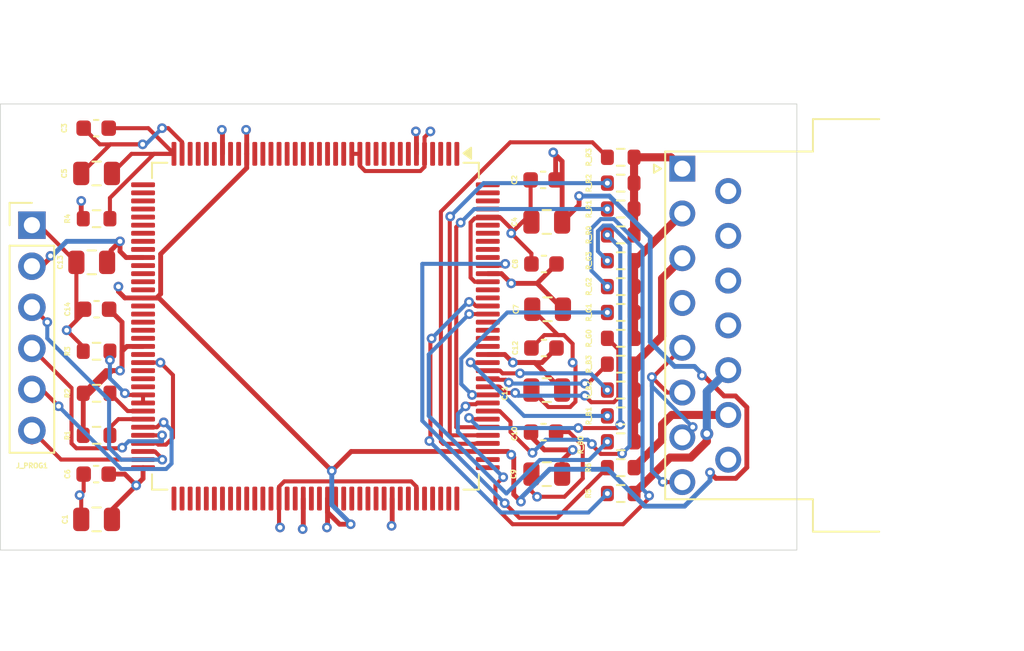
<source format=kicad_pcb>
(kicad_pcb (version 20241229) (generator "pcbnew") (generator_version "9.0")
  (layers (0 "F.Cu" signal) (4 "In1.Cu" signal) (6 "In2.Cu" signal) (2 "B.Cu" signal) (13 "F.Paste" user) (15 "B.Paste" user) (5 "F.SilkS" user "F.Silkscreen") (7 "B.SilkS" user "B.Silkscreen") (1 "F.Mask" user) (3 "B.Mask" user) (25 "Edge.Cuts" user))
  (net 0 "")
  (net 1 "+3.3V")
  (net 2 "GND")
  (net 3 "VCCINT")
  (net 4 "Net-(U1E-VCCPLL)")
  (net 6 "/VGA_BLUE_OUT")
  (net 11 "/VSYNC")
  (net 12 "/HSYNC")
  (net 14 "/VGA_GREEN_OUT")
  (net 15 "/VGA_RED_OUT")
  (net 16 "/SS")
  (net 17 "/SDI")
  (net 18 "/SDO")
  (net 19 "/SCK")
  (net 20 "Net-(U1E-~{CRESET_B})")
  (net 21 "Net-(U1E-CDONE)")
  (net 22 "Net-(U1C-IOB_42_CBSEL0)")
  (net 23 "VCCPLL")
  (net 24 "Net-(U1A-IOT_85_GBIN0)")
  (net 25 "Net-(U1A-IOT_87)")
  (net 26 "Net-(U1A-IOT_84_GBIN1)")
  (net 27 "Net-(U1A-IOT_83)")
  (net 28 "Net-(U1A-IOT_82)")
  (net 29 "Net-(U1A-IOT_81)")
  (net 30 "Net-(U1A-IOT_80)")
  (net 31 "Net-(U1A-IOT_79)")
  (net 32 "Net-(U1A-IOT_78)")
  (net 33 "Net-(U1A-IOT_77)")
  (net 34 "Net-(U1A-IOT_76)")
  (net 35 "Net-(U1A-IOT_75)")
  (net 36 "Net-(U1A-IOT_74)")
  (net 37 "Net-(U1A-IOT_73)")
  (footprint "Resistor_SMD:R_0603_1608Metric" (layer "F.Cu") (at 104.625 53.61)
    (property "Reference" "R_R2")
    (property "Value" "6.8k" (hide yes))
  )
  (footprint "Connector_PinHeader_2.54mm:PinHeader_1x06_P2.54mm_Vertical" (layer "F.Cu") (at 68.2 56.21)
    (property "Reference" "J_PROG1")
    (property "Value" "01x06_Pin" (hide yes))
  )
  (footprint "Resistor_SMD:R_0603_1608Metric" (layer "F.Cu") (at 72.2 64.01)
    (property "Reference" "R3")
    (property "Value" "10k" (hide yes))
  )
  (footprint "Resistor_SMD:R_0603_1608Metric" (layer "F.Cu") (at 72.2 69.21)
    (property "Reference" "R1")
    (property "Value" "10k" (hide yes))
  )
  (footprint "Resistor_SMD:R_0603_1608Metric" (layer "F.Cu") (at 104.625 60.01)
    (property "Reference" "R_G2")
    (property "Value" "6.8k" (hide yes))
  )
  (footprint "Connector_Dsub:DSUB-15_Socket_Horizontal_P2.77x2.84mm_EdgePinOffset9.40mm" (layer "F.Cu") (at 108.434669 52.715 90)
    (property "Reference" "J1" (hide yes))
    (property "Value" "DE15_VGA_CONNECTOR")
  )
  (footprint "Capacitor_SMD:C_0603_1608Metric" (layer "F.Cu") (at 99.825 53.41)
    (property "Reference" "C2")
    (property "Value" "100n" (hide yes))
  )
  (footprint "Resistor_SMD:R_0603_1608Metric" (layer "F.Cu") (at 104.625 71.21 180)
    (property "Reference" "R6")
    (property "Value" "100" (hide yes))
  )
  (footprint "Capacitor_SMD:C_0805_2012Metric" (layer "F.Cu") (at 100.05 56.01)
    (property "Reference" "C4")
    (property "Value" "4.7u" (hide yes))
  )
  (footprint "Capacitor_SMD:C_0603_1608Metric" (layer "F.Cu") (at 72.175 50.21)
    (property "Reference" "C3")
    (property "Value" "100n" (hide yes))
  )
  (footprint "Resistor_SMD:R_0603_1608Metric" (layer "F.Cu") (at 104.625 58.41)
    (property "Reference" "R_G3")
    (property "Value" "3.3k" (hide yes))
  )
  (footprint "Resistor_SMD:R_0603_1608Metric" (layer "F.Cu") (at 104.625 66.41)
    (property "Reference" "R_B2")
    (property "Value" "6.8k" (hide yes))
  )
  (footprint "Capacitor_SMD:C_0805_2012Metric" (layer "F.Cu") (at 100.05 71.61 180)
    (property "Reference" "C9")
    (property "Value" "4.7u" (hide yes))
  )
  (footprint "Resistor_SMD:R_0603_1608Metric" (layer "F.Cu") (at 104.625 55.21)
    (property "Reference" "R_R1")
    (property "Value" "13k" (hide yes))
  )
  (footprint "Resistor_SMD:R_0603_1608Metric" (layer "F.Cu") (at 72.2 66.61)
    (property "Reference" "R2")
    (property "Value" "10k" (hide yes))
  )
  (footprint "Capacitor_SMD:C_0603_1608Metric" (layer "F.Cu") (at 99.875 58.61 180)
    (property "Reference" "C8")
    (property "Value" "100n" (hide yes))
  )
  (footprint "Capacitor_SMD:C_0603_1608Metric" (layer "F.Cu") (at 99.85 69.01)
    (property "Reference" "C10")
    (property "Value" "100n" (hide yes))
  )
  (footprint "Resistor_SMD:R_0603_1608Metric" (layer "F.Cu") (at 72.2 55.81 180)
    (property "Reference" "R4")
    (property "Value" "100" (hide yes))
  )
  (footprint "Capacitor_SMD:C_0805_2012Metric" (layer "F.Cu") (at 100.1 61.41 180)
    (property "Reference" "C7")
    (property "Value" "4.7u" (hide yes))
  )
  (footprint "Capacitor_SMD:C_0603_1608Metric" (layer "F.Cu") (at 99.875 63.81 180)
    (property "Reference" "C12")
    (property "Value" "100n" (hide yes))
  )
  (footprint "Capacitor_SMD:C_0805_2012Metric" (layer "F.Cu") (at 72.2 53.01 180)
    (property "Reference" "C5")
    (property "Value" "4.7u" (hide yes))
  )
  (footprint "Package_QFP:TQFP-144_20x20mm_P0.5mm" (layer "F.Cu") (at 85.7375 62.46 -90)
    (property "Reference" "U1" (hide yes))
    (property "Value" "ICE40HX1K-TQ144")
  )
  (footprint "Resistor_SMD:R_0603_1608Metric" (layer "F.Cu") (at 104.625 56.81)
    (property "Reference" "R_R0")
    (property "Value" "27k" (hide yes))
  )
  (footprint "Resistor_SMD:R_0603_1608Metric" (layer "F.Cu") (at 104.625 64.81)
    (property "Reference" "R_B3")
    (property "Value" "3.3k" (hide yes))
  )
  (footprint "Capacitor_SMD:C_0805_2012Metric" (layer "F.Cu") (at 100.05 66.41 180)
    (property "Reference" "C11")
    (property "Value" "4.7u" (hide yes))
  )
  (footprint "Capacitor_SMD:C_0603_1608Metric" (layer "F.Cu") (at 72.175 71.61 180)
    (property "Reference" "C6")
    (property "Value" "100n" (hide yes))
  )
  (footprint "Resistor_SMD:R_0603_1608Metric" (layer "F.Cu") (at 104.625 69.61)
    (property "Reference" "R_B0")
    (property "Value" "27k" (hide yes))
  )
  (footprint "Capacitor_SMD:C_0603_1608Metric" (layer "F.Cu") (at 72.2 61.41 180)
    (property "Reference" "C14")
    (property "Value" "100n" (hide yes))
  )
  (footprint "Capacitor_SMD:C_0805_2012Metric" (layer "F.Cu") (at 71.9 58.51 180)
    (property "Reference" "C13")
    (property "Value" "4.7u" (hide yes))
  )
  (footprint "Resistor_SMD:R_0603_1608Metric" (layer "F.Cu") (at 104.625 61.61)
    (property "Reference" "R_G1")
    (property "Value" "13k" (hide yes))
  )
  (footprint "Capacitor_SMD:C_0805_2012Metric" (layer "F.Cu") (at 72.2 74.41 180)
    (property "Reference" "C1")
    (property "Value" "4.7u" (hide yes))
  )
  (footprint "Resistor_SMD:R_0603_1608Metric" (layer "F.Cu") (at 104.625 63.21)
    (property "Reference" "R_G0")
    (property "Value" "27k" (hide yes))
  )
  (footprint "Resistor_SMD:R_0603_1608Metric" (layer "F.Cu") (at 104.625 52.01)
    (property "Reference" "R_R3")
    (property "Value" "3.3k" (hide yes))
  )
  (footprint "Resistor_SMD:R_0603_1608Metric" (layer "F.Cu") (at 104.625 68.01)
    (property "Reference" "R_B1")
    (property "Value" "13k" (hide yes))
  )
  (footprint "Resistor_SMD:R_0603_1608Metric" (layer "F.Cu") (at 104.625 72.81 180)
    (property "Reference" "R5")
    (property "Value" "100" (hide yes))
  )
  (gr_rect (start 66.25 48.71) (end 115.52 76.31) (stroke (width 0.05)) (fill no) (layer "Edge.Cuts"))
  (segment (start 73.776 64.01) (end 73.776 65.084) (width 0.3) (layer "F.Cu") (net 1))
  (segment (start 99.3 64.71) (end 97.95 64.71) (width 0.3) (layer "F.Cu") (net 1))
  (segment (start 99.9 70.11) (end 99.075 69.285) (width 0.3) (layer "F.Cu") (net 1))
  (segment (start 71.375 67.000226) (end 73.165226 65.21) (width 0.3) (layer "F.Cu") (net 1))
  (segment (start 96.4 64.21) (end 97.45 64.21) (width 0.3) (layer "F.Cu") (net 1))
  (segment (start 99.45 59.81) (end 97.85 59.81) (width 0.3) (layer "F.Cu") (net 1))
  (segment (start 97.45 64.21) (end 97.95 64.71) (width 0.3) (layer "F.Cu") (net 1))
  (segment (start 72.95 71.61) (end 73.95 71.61) (width 0.3) (layer "F.Cu") (net 1))
  (segment (start 73.776 65.084) (end 73.65 65.21) (width 0.3) (layer "F.Cu") (net 1))
  (segment (start 71.375 66.61) (end 72.775 65.21) (width 0.3) (layer "F.Cu") (net 1))
  (segment (start 101.65 70.11) (end 101 70.76) (width 0.3) (layer "F.Cu") (net 1))
  (segment (start 72.975 61.41) (end 73.776 62.211) (width 0.3) (layer "F.Cu") (net 1))
  (segment (start 79.9875 50.3475) (end 79.95 50.31) (width 0.3) (layer "F.Cu") (net 1))
  (segment (start 90.4875 73.1225) (end 90.4875 74.7725) (width 0.3) (layer "F.Cu") (net 1))
  (segment (start 90.4875 74.7725) (end 90.45 74.81) (width 0.3) (layer "F.Cu") (net 1))
  (segment (start 91.9875 51.7975) (end 91.9875 50.4475) (width 0.3) (layer "F.Cu") (net 1))
  (segment (start 100.65 63.81) (end 99.75 64.71) (width 0.3) (layer "F.Cu") (net 1))
  (segment (start 68.81 58.75) (end 68.2 58.75) (width 0.3) (layer "F.Cu") (net 1))
  (segment (start 99.75 64.71) (end 97.95 64.71) (width 0.3) (layer "F.Cu") (net 1))
  (segment (start 73.165226 65.21) (end 73.65 65.21) (width 0.3) (layer "F.Cu") (net 1))
  (segment (start 101.05 61.41) (end 99.45 59.81) (width 0.3) (layer "F.Cu") (net 1))
  (segment (start 101.65 70.11) (end 99.9 70.11) (width 0.3) (layer "F.Cu") (net 1))
  (segment (start 99.075 69.285) (end 99.075 69.01) (width 0.3) (layer "F.Cu") (net 1))
  (segment (start 79.9875 51.7975) (end 79.9875 50.3475) (width 0.3) (layer "F.Cu") (net 1))
  (segment (start 73.65 57.82813) (end 73.65 57.21) (width 0.3) (layer "F.Cu") (net 1))
  (segment (start 71.375 69.21) (end 71.375 67.000226) (width 0.3) (layer "F.Cu") (net 1))
  (segment (start 68.2 58.76) (end 68.25 58.81) (width 0.3) (layer "F.Cu") (net 1))
  (segment (start 73.1 57.76) (end 73.65 57.21) (width 0.3) (layer "F.Cu") (net 1))
  (segment (start 69.35 58.21) (end 68.81 58.75) (width 0.3) (layer "F.Cu") (net 1))
  (segment (start 68.2 58.75) (end 68.2 58.76) (width 0.3) (layer "F.Cu") (net 1))
  (segment (start 96.4 59.21) (end 97.25 59.21) (width 0.3) (layer "F.Cu") (net 1))
  (segment (start 75.075 63.71) (end 74.076 63.71) (width 0.3) (layer "F.Cu") (net 1))
  (segment (start 75.075 58.21) (end 74.03187 58.21) (width 0.3) (layer "F.Cu") (net 1))
  (segment (start 97.25 59.21) (end 97.85 59.81) (width 0.3) (layer "F.Cu") (net 1))
  (segment (start 84.9875 73.1225) (end 84.9875 74.9725) (width 0.3) (layer "F.Cu") (net 1))
  (segment (start 73.1 58.61) (end 73.1 57.76) (width 0.3) (layer "F.Cu") (net 1))
  (segment (start 73.15 74.41) (end 73.15 73.81) (width 0.3) (layer "F.Cu") (net 1))
  (segment (start 91.9875 50.4475) (end 91.95 50.41) (width 0.3) (layer "F.Cu") (net 1))
  (segment (start 72.775 65.21) (end 73.65 65.21) (width 0.3) (layer "F.Cu") (net 1))
  (segment (start 100.65 58.61) (end 99.45 59.81) (width 0.3) (layer "F.Cu") (net 1))
  (segment (start 73.776 62.211) (end 73.776 65.084) (width 0.3) (layer "F.Cu") (net 1))
  (segment (start 69.35 58.11) (end 69.35 58.21) (width 0.3) (layer "F.Cu") (net 1))
  (segment (start 75.075 71.21) (end 75.075 71.885) (width 0.3) (layer "F.Cu") (net 1))
  (segment (start 73.95 71.61) (end 74.65 72.31) (width 0.3) (layer "F.Cu") (net 1))
  (segment (start 101 70.76) (end 101 71.61) (width 0.3) (layer "F.Cu") (net 1))
  (segment (start 73.15 73.81) (end 74.65 72.31) (width 0.3) (layer "F.Cu") (net 1))
  (segment (start 75.075 71.885) (end 74.65 72.31) (width 0.3) (layer "F.Cu") (net 1))
  (segment (start 84.9875 74.9725) (end 84.95 75.01) (width 0.3) (layer "F.Cu") (net 1))
  (segment (start 101 66.41) (end 99.3 64.71) (width 0.3) (layer "F.Cu") (net 1))
  (segment (start 74.03187 58.21) (end 73.65 57.82813) (width 0.3) (layer "F.Cu") (net 1))
  (segment (start 74.076 63.71) (end 73.776 64.01) (width 0.3) (layer "F.Cu") (net 1))
  (via (at 84.95 75.01) (size 0.6) (drill 0.3) (layers "F.Cu" "B.Cu") (net 1))
  (via (at 79.95 50.31) (size 0.6) (drill 0.3) (layers "F.Cu" "B.Cu") (net 1))
  (via (at 90.45 74.81) (size 0.6) (drill 0.3) (layers "F.Cu" "B.Cu") (net 1))
  (via (at 73.65 65.21) (size 0.6) (drill 0.3) (layers "F.Cu" "B.Cu") (net 1))
  (via (at 74.65 72.31) (size 0.6) (drill 0.3) (layers "F.Cu" "B.Cu") (net 1))
  (via (at 69.35 58.11) (size 0.6) (drill 0.3) (layers "F.Cu" "B.Cu") (net 1))
  (via (at 97.95 64.71) (size 0.6) (drill 0.3) (layers "F.Cu" "B.Cu") (net 1))
  (via (at 91.95 50.41) (size 0.6) (drill 0.3) (layers "F.Cu" "B.Cu") (net 1))
  (via (at 101.65 70.11) (size 0.6) (drill 0.3) (layers "F.Cu" "B.Cu") (net 1))
  (via (at 73.65 57.21) (size 0.6) (drill 0.3) (layers "F.Cu" "B.Cu") (net 1))
  (via (at 97.85 59.81) (size 0.6) (drill 0.3) (layers "F.Cu" "B.Cu") (net 1))
  (segment (start 70.35 57.21) (end 73.65 57.21) (width 0.3) (layer "B.Cu") (net 1))
  (segment (start 69.45 58.11) (end 70.35 57.21) (width 0.3) (layer "B.Cu") (net 1))
  (segment (start 69.35 58.11) (end 69.45 58.11) (width 0.3) (layer "B.Cu") (net 1))
  (segment (start 83.4875 73.1225) (end 83.4875 74.8475) (width 0.25) (layer "F.Cu") (net 2))
  (segment (start 71.25 73.01) (end 71.15 72.91) (width 0.25) (layer "F.Cu") (net 2))
  (segment (start 107.505 66.565) (end 106.55 65.61) (width 0.25) (layer "F.Cu") (net 2))
  (segment (start 108.444583 69.335) (end 109.079583 68.7) (width 0.25) (layer "F.Cu") (net 2))
  (segment (start 92.4875 52.604178) (end 92.4875 51.7975) (width 0.25) (layer "F.Cu") (net 2))
  (segment (start 101.826 67.130514) (end 101.826 64.886) (width 0.25) (layer "F.Cu") (net 2))
  (segment (start 88.813501 52.861) (end 92.230678 52.861) (width 0.25) (layer "F.Cu") (net 2))
  (segment (start 76.926 65.486) (end 76.15 64.71) (width 0.25) (layer "F.Cu") (net 2))
  (segment (start 101.495514 67.461) (end 101.826 67.130514) (width 0.25) (layer "F.Cu") (net 2))
  (segment (start 71.375 64.01) (end 71.375 63.735) (width 0.25) (layer "F.Cu") (net 2))
  (segment (start 91.659968 72.059) (end 91.9875 72.386532) (width 0.25) (layer "F.Cu") (net 2))
  (segment (start 92.4875 50.7725) (end 92.85 50.41) (width 0.25) (layer "F.Cu") (net 2))
  (segment (start 106.619669 65.61) (end 106.55 65.61) (width 0.25) (layer "F.Cu") (net 2))
  (segment (start 70.95 62.11) (end 70.35 62.71) (width 0.25) (layer "F.Cu") (net 2))
  (segment (start 91.9875 72.386532) (end 91.9875 73.1225) (width 0.25) (layer "F.Cu") (net 2))
  (segment (start 102.276 69.850702) (end 102.276 71.880514) (width 0.25) (layer "F.Cu") (net 2))
  (segment (start 97.85 56.424032) (end 97.85 56.71) (width 0.25) (layer "F.Cu") (net 2))
  (segment (start 77.4875 51.7975) (end 77.4875 51.061532) (width 0.25) (layer "F.Cu") (net 2))
  (segment (start 99.1 58.61) (end 99.1 57.96) (width 0.25) (layer "F.Cu") (net 2))
  (segment (start 76.635968 50.21) (end 76.25 50.21) (width 0.25) (layer "F.Cu") (net 2))
  (segment (start 77.4875 51.061532) (end 76.635968 50.21) (width 0.25) (layer "F.Cu") (net 2))
  (segment (start 99.15 61.41) (end 100.749 63.009) (width 0.25) (layer "F.Cu") (net 2))
  (segment (start 71.4 50.21) (end 72.4 51.21) (width 0.25) (layer "F.Cu") (net 2))
  (segment (start 76.926 69.348588) (end 76.926 65.486) (width 0.25) (layer "F.Cu") (net 2))
  (segment (start 95.590032 55.784) (end 97.209968 55.784) (width 0.25) (layer "F.Cu") (net 2))
  (segment (start 68.2 56.21) (end 68.65 56.21) (width 0.25) (layer "F.Cu") (net 2))
  (segment (start 108.434669 66.565) (end 107.505 66.565) (width 0.25) (layer "F.Cu") (net 2))
  (segment (start 96.4 55.71) (end 97.135968 55.71) (width 0.25) (layer "F.Cu") (net 2))
  (segment (start 98.55 56.01) (end 97.85 56.71) (width 0.25) (layer "F.Cu") (net 2))
  (segment (start 71.375 63.735) (end 70.35 62.71) (width 0.25) (layer "F.Cu") (net 2))
  (segment (start 99.1 71.61) (end 99.1 72.66) (width 0.25) (layer "F.Cu") (net 2))
  (segment (start 100.151 67.461) (end 101.495514 67.461) (width 0.25) (layer "F.Cu") (net 2))
  (segment (start 101.109466 63.009) (end 101.65 63.549534) (width 0.25) (layer "F.Cu") (net 2))
  (segment (start 101.826 64.886) (end 101.65 64.71) (width 0.25) (layer "F.Cu") (net 2))
  (segment (start 99.1 72.66) (end 99.45 73.01) (width 0.25) (layer "F.Cu") (net 2))
  (segment (start 97.209968 55.784) (end 97.85 56.424032) (width 0.25) (layer "F.Cu") (net 2))
  (segment (start 108.434669 72.105) (end 107.245001 72.105) (width 0.25) (layer "F.Cu") (net 2))
  (segment (start 99.1 56.01) (end 98.55 56.01) (width 0.25) (layer "F.Cu") (net 2))
  (segment (start 99.1 57.96) (end 97.85 56.71) (width 0.25) (layer "F.Cu") (net 2))
  (segment (start 71.425 61.41) (end 71.425 61.635) (width 0.25) (layer "F.Cu") (net 2))
  (segment (start 76.011412 69.786) (end 76.488588 69.786) (width 0.25) (layer "F.Cu") (net 2))
  (segment (start 71.25 53.01) (end 73.05 51.21) (width 0.25) (layer "F.Cu") (net 2))
  (segment (start 75.935412 69.71) (end 76.011412 69.786) (width 0.25) (layer "F.Cu") (net 2))
  (segment (start 97.135968 55.71) (end 97.85 56.424032) (width 0.25) (layer "F.Cu") (net 2))
  (segment (start 108.434669 69.335) (end 108.444583 69.335) (width 0.25) (layer "F.Cu") (net 2))
  (segment (start 108.434669 63.795) (end 106.619669 65.61) (width 0.25) (layer "F.Cu") (net 2))
  (segment (start 71.25 74.41) (end 71.25 73.01) (width 0.25) (layer "F.Cu") (net 2))
  (segment (start 99.05 55.51) (end 97.85 56.71) (width 0.25) (layer "F.Cu") (net 2))
  (segment (start 92.230678 52.861) (end 92.4875 52.604178) (width 0.25) (layer "F.Cu") (net 2))
  (segment (start 83.4875 73.1225) (end 83.4875 72.385001) (width 0.25) (layer "F.Cu") (net 2))
  (segment (start 76.488588 69.786) (end 76.926 69.348588) (width 0.25) (layer "F.Cu") (net 2))
  (segment (start 101.435298 69.01) (end 102.276 69.850702) (width 0.25) (layer "F.Cu") (net 2))
  (segment (start 102.276 71.880514) (end 101.146514 73.01) (width 0.25) (layer "F.Cu") (net 2))
  (segment (start 68.65 56.21) (end 70.95 58.51) (width 0.25) (layer "F.Cu") (net 2))
  (segment (start 87.9875 51.7975) (end 88.4875 51.7975) (width 0.25) (layer "F.Cu") (net 2))
  (segment (start 101.146514 73.01) (end 99.45 73.01) (width 0.25) (layer "F.Cu") (net 2))
  (segment (start 107.245001 72.105) (end 107.230331 72.09033) (width 0.25) (layer "F.Cu") (net 2))
  (segment (start 83.4875 74.8475) (end 83.55 74.91) (width 0.25) (layer "F.Cu") (net 2))
  (segment (start 95.593322 59.71) (end 95.3365 59.453178) (width 0.25) (layer "F.Cu") (net 2))
  (segment (start 95.3365 56.037532) (end 95.590032 55.784) (width 0.25) (layer "F.Cu") (net 2))
  (segment (start 95.3365 59.453178) (end 95.3365 56.037532) (width 0.25) (layer "F.Cu") (net 2))
  (segment (start 100.625 69.01) (end 101.435298 69.01) (width 0.25) (layer "F.Cu") (net 2))
  (segment (start 99.1 66.41) (end 100.151 67.461) (width 0.25) (layer "F.Cu") (net 2))
  (segment (start 71.425 61.635) (end 70.35 62.71) (width 0.25) (layer "F.Cu") (net 2))
  (segment (start 83.813501 72.059) (end 91.659968 72.059) (width 0.25) (layer "F.Cu") (net 2))
  (segment (start 92.4875 51.7975) (end 92.4875 50.7725) (width 0.25) (layer "F.Cu") (net 2))
  (segment (start 99.05 53.41) (end 99.05 55.51) (width 0.25) (layer "F.Cu") (net 2))
  (segment (start 99.1 63.81) (end 99.901 63.009) (width 0.25) (layer "F.Cu") (net 2))
  (segment (start 83.4875 72.385001) (end 83.813501 72.059) (width 0.25) (layer "F.Cu") (net 2))
  (segment (start 71.4 72.66) (end 71.15 72.91) (width 0.25) (layer "F.Cu") (net 2))
  (segment (start 88.4875 51.7975) (end 88.4875 52.534999) (width 0.25) (layer "F.Cu") (net 2))
  (segment (start 99.901 63.009) (end 101.109466 63.009) (width 0.25) (layer "F.Cu") (net 2))
  (segment (start 100.749 63.009) (end 101.109466 63.009) (width 0.25) (layer "F.Cu") (net 2))
  (segment (start 73.05 51.21) (end 75.05 51.21) (width 0.25) (layer "F.Cu") (net 2))
  (segment (start 101.65 63.549534) (end 101.65 64.71) (width 0.25) (layer "F.Cu") (net 2))
  (segment (start 88.4875 52.534999) (end 88.813501 52.861) (width 0.25) (layer "F.Cu") (net 2))
  (segment (start 72.4 51.21) (end 75.05 51.21) (width 0.25) (layer "F.Cu") (net 2))
  (segment (start 71.4 71.61) (end 71.4 72.66) (width 0.25) (layer "F.Cu") (net 2))
  (segment (start 96.4 59.71) (end 95.593322 59.71) (width 0.25) (layer "F.Cu") (net 2))
  (segment (start 75.075 69.71) (end 75.935412 69.71) (width 0.25) (layer "F.Cu") (net 2))
  (segment (start 75.075 64.71) (end 76.15 64.71) (width 0.25) (layer "F.Cu") (net 2))
  (segment (start 70.95 58.51) (end 70.95 62.11) (width 0.25) (layer "F.Cu") (net 2))
  (via (at 76.25 50.21) (size 0.6) (drill 0.3) (layers "F.Cu" "B.Cu") (net 2))
  (via (at 83.55 74.91) (size 0.6) (drill 0.3) (layers "F.Cu" "B.Cu") (net 2))
  (via (at 75.05 51.21) (size 0.6) (drill 0.3) (layers "F.Cu" "B.Cu") (net 2))
  (via (at 70.35 62.71) (size 0.6) (drill 0.3) (layers "F.Cu" "B.Cu") (net 2))
  (via (at 97.85 56.71) (size 0.6) (drill 0.3) (layers "F.Cu" "B.Cu") (net 2))
  (via (at 99.45 73.01) (size 0.6) (drill 0.3) (layers "F.Cu" "B.Cu") (net 2))
  (via (at 92.85 50.41) (size 0.6) (drill 0.3) (layers "F.Cu" "B.Cu") (net 2))
  (via (at 76.15 64.71) (size 0.6) (drill 0.3) (layers "F.Cu" "B.Cu") (net 2))
  (via (at 71.15 72.91) (size 0.6) (drill 0.3) (layers "F.Cu" "B.Cu") (net 2))
  (via (at 109.079583 68.7) (size 0.6) (drill 0.3) (layers "F.Cu" "B.Cu") (net 2))
  (via (at 101.65 64.71) (size 0.6) (drill 0.3) (layers "F.Cu" "B.Cu") (net 2))
  (via (at 107.230331 72.09033) (size 0.6) (drill 0.3) (layers "F.Cu" "B.Cu") (net 2))
  (via (at 106.55 65.61) (size 0.6) (drill 0.3) (layers "F.Cu" "B.Cu") (net 2))
  (segment (start 107.230331 72.09033) (end 106.55 71.409999) (width 0.25) (layer "B.Cu") (net 2))
  (segment (start 109.079583 68.7) (end 106.55 66.170417) (width 0.25) (layer "B.Cu") (net 2))
  (segment (start 106.55 66.170417) (end 106.55 65.61) (width 0.25) (layer "B.Cu") (net 2))
  (segment (start 75.05 51.21) (end 75.25 51.21) (width 0.25) (layer "B.Cu") (net 2))
  (segment (start 75.25 51.21) (end 76.25 50.21) (width 0.25) (layer "B.Cu") (net 2))
  (segment (start 106.55 71.409999) (end 106.55 65.61) (width 0.25) (layer "B.Cu") (net 2))
  (segment (start 73.95 60.71) (end 73.55 60.31) (width 0.3) (layer "F.Cu") (net 3))
  (segment (start 76.1635 60.463534) (end 75.917034 60.71) (width 0.3) (layer "F.Cu") (net 3))
  (segment (start 110.511 71.871) (end 111.751429 71.871) (width 0.3) (layer "F.Cu") (net 3))
  (segment (start 86.4875 73.964534) (end 86.4875 73.1225) (width 0.3) (layer "F.Cu") (net 3))
  (segment (start 75.917034 60.71) (end 75.075 60.71) (width 0.3) (layer "F.Cu") (net 3))
  (segment (start 112.425669 71.19676) (end 112.425669 67.47324) (width 0.3) (layer "F.Cu") (net 3))
  (segment (start 102.05 54.41) (end 102.05 54.96) (width 0.3) (layer "F.Cu") (net 3))
  (segment (start 110.15 71.51) (end 110.511 71.871) (width 0.3) (layer "F.Cu") (net 3))
  (segment (start 100.6 53.41) (end 100.6 51.86) (width 0.3) (layer "F.Cu") (net 3))
  (segment (start 87.232966 74.71) (end 86.4875 73.964534) (width 0.3) (layer "F.Cu") (net 3))
  (segment (start 86.4875 73.1225) (end 86.4875 74.8725) (width 0.3) (layer "F.Cu") (net 3))
  (segment (start 76.1635 57.9965) (end 76.1635 60.463534) (width 0.3) (layer "F.Cu") (net 3))
  (segment (start 86.4875 74.8725) (end 86.45 74.91) (width 0.3) (layer "F.Cu") (net 3))
  (segment (start 96.4 70.21) (end 97.65 70.21) (width 0.3) (layer "F.Cu") (net 3))
  (segment (start 111.751429 71.871) (end 112.425669 71.19676) (width 0.3) (layer "F.Cu") (net 3))
  (segment (start 87.95 74.71) (end 87.232966 74.71) (width 0.3) (layer "F.Cu") (net 3))
  (segment (start 101 52.26) (end 100.45 51.71) (width 0.3) (layer "F.Cu") (net 3))
  (segment (start 81.4875 50.3475) (end 81.45 50.31) (width 0.3) (layer "F.Cu") (net 3))
  (segment (start 76.05 60.71) (end 75.075 60.71) (width 0.3) (layer "F.Cu") (net 3))
  (segment (start 100.6 51.86) (end 100.45 51.71) (width 0.3) (layer "F.Cu") (net 3))
  (segment (start 97.65 70.21) (end 97.85 70.41) (width 0.3) (layer "F.Cu") (net 3))
  (segment (start 75.075 60.71) (end 73.95 60.71) (width 0.3) (layer "F.Cu") (net 3))
  (segment (start 81.4875 51.7975) (end 81.4875 52.6725) (width 0.3) (layer "F.Cu") (net 3))
  (segment (start 96.4 70.21) (end 87.95 70.21) (width 0.3) (layer "F.Cu") (net 3))
  (segment (start 101 56.01) (end 101 52.26) (width 0.3) (layer "F.Cu") (net 3))
  (segment (start 98.007587 72.867587) (end 98.45 73.31) (width 0.3) (layer "F.Cu") (net 3))
  (segment (start 98.007587 70.567587) (end 98.007587 72.867587) (width 0.3) (layer "F.Cu") (net 3))
  (segment (start 86.75 71.41) (end 76.05 60.71) (width 0.3) (layer "F.Cu") (net 3))
  (segment (start 102.05 54.96) (end 101 56.01) (width 0.3) (layer "F.Cu") (net 3))
  (segment (start 112.425669 67.47324) (end 111.72676 66.774331) (width 0.3) (layer "F.Cu") (net 3))
  (segment (start 73.55 60.31) (end 73.55 60.01) (width 0.3) (layer "F.Cu") (net 3))
  (segment (start 111.014331 66.774331) (end 109.75 65.51) (width 0.3) (layer "F.Cu") (net 3))
  (segment (start 97.85 70.41) (end 98.007587 70.567587) (width 0.3) (layer "F.Cu") (net 3))
  (segment (start 87.95 70.21) (end 86.75 71.41) (width 0.3) (layer "F.Cu") (net 3))
  (segment (start 81.4875 51.7975) (end 81.4875 50.3475) (width 0.3) (layer "F.Cu") (net 3))
  (segment (start 81.4875 52.6725) (end 76.1635 57.9965) (width 0.3) (layer "F.Cu") (net 3))
  (segment (start 111.72676 66.774331) (end 111.014331 66.774331) (width 0.3) (layer "F.Cu") (net 3))
  (via (at 102.05 54.41) (size 0.6) (drill 0.3) (layers "F.Cu" "B.Cu") (net 3))
  (via (at 100.45 51.71) (size 0.6) (drill 0.3) (layers "F.Cu" "B.Cu") (net 3))
  (via (at 86.75 71.41) (size 0.6) (drill 0.3) (layers "F.Cu" "B.Cu") (net 3))
  (via (at 98.45 73.31) (size 0.6) (drill 0.3) (layers "F.Cu" "B.Cu") (net 3))
  (via (at 97.85 70.41) (size 0.6) (drill 0.3) (layers "F.Cu" "B.Cu") (net 3))
  (via (at 81.45 50.31) (size 0.6) (drill 0.3) (layers "F.Cu" "B.Cu") (net 3))
  (via (at 86.45 74.91) (size 0.6) (drill 0.3) (layers "F.Cu" "B.Cu") (net 3))
  (via (at 87.918755 74.71) (size 0.6) (drill 0.3) (layers "F.Cu" "B.Cu") (net 3))
  (via (at 109.65 65.51) (size 0.6) (drill 0.3) (layers "F.Cu" "B.Cu") (net 3))
  (via (at 73.55 60.01) (size 0.6) (drill 0.3) (layers "F.Cu" "B.Cu") (net 3))
  (via (at 110.15 71.51) (size 0.6) (drill 0.3) (layers "F.Cu" "B.Cu") (net 3))
  (segment (start 106.110677 73.591331) (end 108.576098 73.591331) (width 0.3) (layer "B.Cu") (net 3))
  (segment (start 108.576098 73.591331) (end 110.15 72.017429) (width 0.3) (layer "B.Cu") (net 3))
  (segment (start 107.957909 64.946) (end 106.45 63.438091) (width 0.3) (layer "B.Cu") (net 3))
  (segment (start 98.45 73.089346) (end 100.229346 71.31) (width 0.3) (layer "B.Cu") (net 3))
  (segment (start 100.229346 71.31) (end 103.829346 71.31) (width 0.3) (layer "B.Cu") (net 3))
  (segment (start 103.829346 71.31) (end 106.110677 73.591331) (width 0.3) (layer "B.Cu") (net 3))
  (segment (start 106.45 63.438091) (end 106.45 56.939346) (width 0.3) (layer "B.Cu") (net 3))
  (segment (start 110.15 72.017429) (end 110.15 71.51) (width 0.3) (layer "B.Cu") (net 3))
  (segment (start 106.45 56.939346) (end 103.920654 54.41) (width 0.3) (layer "B.Cu") (net 3))
  (segment (start 109.75 65.51) (end 109.186 64.946) (width 0.3) (layer "B.Cu") (net 3))
  (segment (start 86.75 71.41) (end 86.75 73.51) (width 0.3) (layer "B.Cu") (net 3))
  (segment (start 98.45 73.31) (end 98.45 73.089346) (width 0.3) (layer "B.Cu") (net 3))
  (segment (start 103.920654 54.41) (end 102.05 54.41) (width 0.3) (layer "B.Cu") (net 3))
  (segment (start 109.186 64.946) (end 107.957909 64.946) (width 0.3) (layer "B.Cu") (net 3))
  (segment (start 86.75 73.51) (end 87.95 74.71) (width 0.3) (layer "B.Cu") (net 3))
  (segment (start 73.025 54.524032) (end 75.751532 51.7975) (width 0.25) (layer "F.Cu") (net 4))
  (segment (start 75.4 50.21) (end 72.95 50.21) (width 0.25) (layer "F.Cu") (net 4))
  (segment (start 75.751532 51.7975) (end 76.9875 51.7975) (width 0.25) (layer "F.Cu") (net 4))
  (segment (start 74.3625 51.7975) (end 76.9875 51.7975) (width 0.25) (layer "F.Cu") (net 4))
  (segment (start 73.15 53.01) (end 74.3625 51.7975) (width 0.25) (layer "F.Cu") (net 4))
  (segment (start 73.025 55.81) (end 73.025 54.524032) (width 0.25) (layer "F.Cu") (net 4))
  (segment (start 76.9875 51.7975) (end 75.4 50.21) (width 0.25) (layer "F.Cu") (net 4))
  (segment (start 107.183669 59.506) (end 108.434669 58.255) (width 0.5) (layer "F.Cu") (net 6))
  (segment (start 105.45 68.01) (end 105.45 66.41) (width 0.5) (layer "F.Cu") (net 6))
  (segment (start 105.45 64.81) (end 107.183669 63.076331) (width 0.5) (layer "F.Cu") (net 6))
  (segment (start 107.183669 63.076331) (end 107.183669 59.506) (width 0.5) (layer "F.Cu") (net 6))
  (segment (start 105.45 69.61) (end 105.45 68.01) (width 0.5) (layer "F.Cu") (net 6))
  (segment (start 105.45 66.41) (end 105.45 64.81) (width 0.5) (layer "F.Cu") (net 6))
  (segment (start 107.782487 67.95) (end 111.274669 67.95) (width 0.5) (layer "F.Cu") (net 11))
  (segment (start 107.183669 69.476331) (end 107.183669 68.548818) (width 0.5) (layer "F.Cu") (net 11))
  (segment (start 105.45 71.21) (end 107.183669 69.476331) (width 0.5) (layer "F.Cu") (net 11))
  (segment (start 107.183669 68.548818) (end 107.782487 67.95) (width 0.5) (layer "F.Cu") (net 11))
  (segment (start 108.952851 70.586) (end 109.95 69.588851) (width 0.5) (layer "F.Cu") (net 12))
  (segment (start 109.95 69.588851) (end 109.95 69.11) (width 0.5) (layer "F.Cu") (net 12))
  (segment (start 105.45 72.81) (end 107.674 70.586) (width 0.5) (layer "F.Cu") (net 12))
  (segment (start 107.674 70.586) (end 108.952851 70.586) (width 0.5) (layer "F.Cu") (net 12))
  (via (at 109.95 69.11) (size 0.8) (drill 0.4) (layers "F.Cu" "B.Cu") (net 12))
  (segment (start 109.95 66.504669) (end 111.274669 65.18) (width 0.5) (layer "B.Cu") (net 12))
  (segment (start 109.95 69.11) (end 109.95 66.504669) (width 0.5) (layer "B.Cu") (net 12))
  (segment (start 105.45 61.61) (end 105.45 60.01) (width 0.5) (layer "F.Cu") (net 14))
  (segment (start 105.45 60.01) (end 105.45 58.41) (width 0.5) (layer "F.Cu") (net 14))
  (segment (start 105.45 63.21) (end 105.45 61.61) (width 0.5) (layer "F.Cu") (net 14))
  (segment (start 105.45 58.41) (end 105.509669 58.41) (width 0.5) (layer "F.Cu") (net 14))
  (segment (start 105.509669 58.41) (end 108.434669 55.485) (width 0.5) (layer "F.Cu") (net 14))
  (segment (start 105.45 56.81) (end 105.45 55.21) (width 0.5) (layer "F.Cu") (net 15))
  (segment (start 105.45 55.21) (end 105.45 53.61) (width 0.5) (layer "F.Cu") (net 15))
  (segment (start 105.45 53.61) (end 105.45 52.01) (width 0.5) (layer "F.Cu") (net 15))
  (segment (start 105.45 52.01) (end 107.729669 52.01) (width 0.5) (layer "F.Cu") (net 15))
  (segment (start 107.729669 52.01) (end 108.434669 52.715) (width 0.5) (layer "F.Cu") (net 15))
  (segment (start 70 70.71) (end 75.075 70.71) (width 0.25) (layer "F.Cu") (net 16))
  (segment (start 68.2 68.91) (end 70 70.71) (width 0.25) (layer "F.Cu") (net 16))
  (segment (start 68.2 68.91) (end 68.2 69.66) (width 0.25) (layer "F.Cu") (net 16))
  (segment (start 70.951582 70.011) (end 73.748999 70.011) (width 0.25) (layer "F.Cu") (net 17))
  (segment (start 68.2 63.83) (end 70.649 66.279) (width 0.25) (layer "F.Cu") (net 17))
  (segment (start 68.2 63.83) (end 68.2 63.86) (width 0.25) (layer "F.Cu") (net 17))
  (segment (start 76.25 69.21) (end 75.075 69.21) (width 0.25) (layer "F.Cu") (net 17))
  (segment (start 70.649 66.279) (end 70.649 69.708418) (width 0.25) (layer "F.Cu") (net 17))
  (segment (start 70.649 69.708418) (end 70.951582 70.011) (width 0.25) (layer "F.Cu") (net 17))
  (segment (start 73.748999 70.011) (end 73.787163 69.972836) (width 0.25) (layer "F.Cu") (net 17))
  (via (at 73.787163 69.972836) (size 0.6) (drill 0.3) (layers "F.Cu" "B.Cu") (net 17))
  (via (at 76.25 69.21) (size 0.6) (drill 0.3) (layers "F.Cu" "B.Cu") (net 17))
  (segment (start 76.25 69.5771) (end 76.25 69.21) (width 0.25) (layer "B.Cu") (net 17))
  (segment (start 76.25 69.5771) (end 74.182899 69.5771) (width 0.25) (layer "B.Cu") (net 17))
  (segment (start 74.182899 69.5771) (end 73.787163 69.972836) (width 0.25) (layer "B.Cu") (net 17))
  (segment (start 68.81 66.37) (end 69.85 67.41) (width 0.25) (layer "F.Cu") (net 18))
  (segment (start 75.935412 68.71) (end 75.075 68.71) (width 0.25) (layer "F.Cu") (net 18))
  (segment (start 76.35 68.41) (end 76.235412 68.41) (width 0.25) (layer "F.Cu") (net 18))
  (segment (start 76.235412 68.41) (end 75.935412 68.71) (width 0.25) (layer "F.Cu") (net 18))
  (segment (start 68.2 66.37) (end 68.81 66.37) (width 0.25) (layer "F.Cu") (net 18))
  (via (at 76.35 68.41) (size 0.6) (drill 0.3) (layers "F.Cu" "B.Cu") (net 18))
  (via (at 69.85 67.41) (size 0.6) (drill 0.3) (layers "F.Cu" "B.Cu") (net 18))
  (segment (start 76.8385 68.8985) (end 76.35 68.41) (width 0.25) (layer "B.Cu") (net 18))
  (segment (start 76.501088 71.294072) (end 76.8385 70.95666) (width 0.25) (layer "B.Cu") (net 18))
  (segment (start 70.35 67.917361) (end 73.726711 71.294072) (width 0.25) (layer "B.Cu") (net 18))
  (segment (start 69.85 67.41) (end 69.85 67.417361) (width 0.25) (layer "B.Cu") (net 18))
  (segment (start 70.35 67.91) (end 70.35 67.917361) (width 0.25) (layer "B.Cu") (net 18))
  (segment (start 69.85 67.41) (end 70.35 67.91) (width 0.25) (layer "B.Cu") (net 18))
  (segment (start 73.726711 71.294072) (end 76.501088 71.294072) (width 0.25) (layer "B.Cu") (net 18))
  (segment (start 76.8385 70.95666) (end 76.8385 68.8985) (width 0.25) (layer "B.Cu") (net 18))
  (segment (start 68.2 61.29) (end 68.23 61.29) (width 0.25) (layer "F.Cu") (net 19))
  (segment (start 75.810968 70.21) (end 75.075 70.21) (width 0.25) (layer "F.Cu") (net 19))
  (segment (start 76.2625 70.661532) (end 75.810968 70.21) (width 0.25) (layer "F.Cu") (net 19))
  (segment (start 76.2625 70.718072) (end 76.2625 70.661532) (width 0.25) (layer "F.Cu") (net 19))
  (segment (start 68.23 61.29) (end 69.15 62.21) (width 0.25) (layer "F.Cu") (net 19))
  (via (at 76.2625 70.718072) (size 0.6) (drill 0.3) (layers "F.Cu" "B.Cu") (net 19))
  (via (at 69.15 62.21) (size 0.6) (drill 0.3) (layers "F.Cu" "B.Cu") (net 19))
  (segment (start 72.974 67.034) (end 72.974 69.974261) (width 0.25) (layer "B.Cu") (net 19))
  (segment (start 69.15 62.21) (end 69.15 63.21) (width 0.25) (layer "B.Cu") (net 19))
  (segment (start 76.260286 70.720286) (end 76.2625 70.718072) (width 0.25) (layer "B.Cu") (net 19))
  (segment (start 73.717811 70.718072) (end 76.2625 70.718072) (width 0.25) (layer "B.Cu") (net 19))
  (segment (start 72.974 69.974261) (end 73.717811 70.718072) (width 0.25) (layer "B.Cu") (net 19))
  (segment (start 69.15 63.21) (end 72.974 67.034) (width 0.25) (layer "B.Cu") (net 19))
  (segment (start 73.025 68.735) (end 73.55 68.21) (width 0.25) (layer "F.Cu") (net 20))
  (segment (start 73.025 69.21) (end 73.025 68.735) (width 0.25) (layer "F.Cu") (net 20))
  (segment (start 73.55 68.21) (end 75.075 68.21) (width 0.25) (layer "F.Cu") (net 20))
  (segment (start 73.025 66.61) (end 74.125 67.71) (width 0.25) (layer "F.Cu") (net 21))
  (segment (start 74.125 67.71) (end 75.075 67.71) (width 0.25) (layer "F.Cu") (net 21))
  (segment (start 73.95 66.61) (end 74.05 66.71) (width 0.25) (layer "F.Cu") (net 22))
  (segment (start 73.025 64.558899) (end 73.023899 64.56) (width 0.25) (layer "F.Cu") (net 22))
  (segment (start 73.025 64.01) (end 73.025 64.558899) (width 0.25) (layer "F.Cu") (net 22))
  (segment (start 74.05 66.71) (end 75.075 66.71) (width 0.25) (layer "F.Cu") (net 22))
  (segment (start 75.075 66.71) (end 75.075 67.21) (width 0.25) (layer "F.Cu") (net 22))
  (via (at 73.023899 64.56) (size 0.6) (drill 0.3) (layers "F.Cu" "B.Cu") (net 22))
  (via (at 73.95 66.61) (size 0.6) (drill 0.3) (layers "F.Cu" "B.Cu") (net 22))
  (segment (start 73.023899 64.56) (end 73.023899 65.683899) (width 0.25) (layer "B.Cu") (net 22))
  (segment (start 73.023899 65.683899) (end 73.95 66.61) (width 0.25) (layer "B.Cu") (net 22))
  (segment (start 71.25 54.71) (end 71.25 55.685) (width 0.3) (layer "F.Cu") (net 23))
  (segment (start 71.25 55.685) (end 71.375 55.81) (width 0.3) (layer "F.Cu") (net 23))
  (via (at 71.25 54.71) (size 0.6) (drill 0.3) (layers "F.Cu" "B.Cu") (net 23))
  (segment (start 96.4 61.21) (end 95.662501 61.21) (width 0.25) (layer "F.Cu") (net 24))
  (segment (start 95.662501 61.21) (end 95.412551 60.96005) (width 0.25) (layer "F.Cu") (net 24))
  (segment (start 92.85 69.496828) (end 92.786828 69.56) (width 0.25) (layer "F.Cu") (net 24))
  (segment (start 95.412551 60.96005) (end 95.241121 60.96005) (width 0.25) (layer "F.Cu") (net 24))
  (segment (start 92.85 63.296828) (end 92.85 69.496828) (width 0.25) (layer "F.Cu") (net 24))
  (segment (start 92.925 63.221828) (end 92.85 63.296828) (width 0.25) (layer "F.Cu") (net 24))
  (via (at 92.786828 69.56) (size 0.6) (drill 0.3) (layers "F.Cu" "B.Cu") (net 24))
  (via (at 95.241121 60.96005) (size 0.6) (drill 0.3) (layers "F.Cu" "B.Cu") (net 24))
  (via (at 103.8 72.81) (size 0.6) (drill 0.3) (layers "F.Cu" "B.Cu") (net 24))
  (via (at 92.925 63.221828) (size 0.6) (drill 0.3) (layers "F.Cu" "B.Cu") (net 24))
  (segment (start 95.186776 60.96005) (end 92.925 63.221828) (width 0.25) (layer "B.Cu") (net 24))
  (segment (start 95.241121 60.96005) (end 95.186776 60.96005) (width 0.25) (layer "B.Cu") (net 24))
  (segment (start 92.786828 69.56) (end 97.212828 73.986) (width 0.25) (layer "B.Cu") (net 24))
  (segment (start 97.212828 73.986) (end 102.624 73.986) (width 0.25) (layer "B.Cu") (net 24))
  (segment (start 102.624 73.986) (end 103.8 72.81) (width 0.25) (layer "B.Cu") (net 24))
  (segment (start 96.4 58.71) (end 97.373927 58.71) (width 0.25) (layer "F.Cu") (net 25))
  (segment (start 97.373927 58.71) (end 97.481359 58.602568) (width 0.25) (layer "F.Cu") (net 25))
  (segment (start 97.45 73.41) (end 98.35 74.31) (width 0.25) (layer "F.Cu") (net 25))
  (segment (start 98.35 74.31) (end 100.7 74.31) (width 0.25) (layer "F.Cu") (net 25))
  (segment (start 100.7 74.31) (end 103.8 71.21) (width 0.25) (layer "F.Cu") (net 25))
  (via (at 97.481359 58.602568) (size 0.6) (drill 0.3) (layers "F.Cu" "B.Cu") (net 25))
  (via (at 97.45 73.41) (size 0.6) (drill 0.3) (layers "F.Cu" "B.Cu") (net 25))
  (segment (start 92.35 68.31) (end 97.45 73.41) (width 0.25) (layer "B.Cu") (net 25))
  (segment (start 92.357432 58.602568) (end 92.35 58.61) (width 0.25) (layer "B.Cu") (net 25))
  (segment (start 92.35 58.61) (end 92.35 68.31) (width 0.25) (layer "B.Cu") (net 25))
  (segment (start 97.481359 58.602568) (end 92.357432 58.602568) (width 0.25) (layer "B.Cu") (net 25))
  (segment (start 96.4 61.71) (end 95.25 61.71) (width 0.25) (layer "F.Cu") (net 26))
  (via (at 103.8 69.61) (size 0.6) (drill 0.3) (layers "F.Cu" "B.Cu") (net 26))
  (via (at 95.25 61.71) (size 0.6) (drill 0.3) (layers "F.Cu" "B.Cu") (net 26))
  (segment (start 92.751 68.011) (end 97.55 72.81) (width 0.25) (layer "B.Cu") (net 26))
  (segment (start 99.624 70.736) (end 102.674 70.736) (width 0.25) (layer "B.Cu") (net 26))
  (segment (start 102.674 70.736) (end 103.8 69.61) (width 0.25) (layer "B.Cu") (net 26))
  (segment (start 97.55 72.81) (end 99.624 70.736) (width 0.25) (layer "B.Cu") (net 26))
  (segment (start 92.751 64.209) (end 92.751 68.011) (width 0.25) (layer "B.Cu") (net 26))
  (segment (start 95.25 61.71) (end 92.751 64.209) (width 0.25) (layer "B.Cu") (net 26))
  (segment (start 96.4 64.71) (end 95.347331 64.71) (width 0.25) (layer "F.Cu") (net 27))
  (segment (start 95.347331 64.71) (end 95.33532 64.697989) (width 0.25) (layer "F.Cu") (net 27))
  (via (at 95.33532 64.697989) (size 0.6) (drill 0.3) (layers "F.Cu" "B.Cu") (net 27))
  (via (at 103.8 68.01) (size 0.6) (drill 0.3) (layers "F.Cu" "B.Cu") (net 27))
  (segment (start 95.33532 64.697989) (end 98.647331 68.01) (width 0.25) (layer "B.Cu") (net 27))
  (segment (start 98.647331 68.01) (end 103.8 68.01) (width 0.25) (layer "B.Cu") (net 27))
  (segment (start 96.4 65.21) (end 97.15 65.21) (width 0.25) (layer "F.Cu") (net 28))
  (segment (start 97.315642 65.375642) (end 98.393761 65.375642) (width 0.25) (layer "F.Cu") (net 28))
  (segment (start 97.15 65.21) (end 97.315642 65.375642) (width 0.25) (layer "F.Cu") (net 28))
  (via (at 103.8 66.41) (size 0.6) (drill 0.3) (layers "F.Cu" "B.Cu") (net 28))
  (via (at 98.393761 65.375642) (size 0.6) (drill 0.3) (layers "F.Cu" "B.Cu") (net 28))
  (segment (start 102.765642 65.375642) (end 103.8 66.41) (width 0.25) (layer "B.Cu") (net 28))
  (segment (start 98.393761 65.375642) (end 102.765642 65.375642) (width 0.25) (layer "B.Cu") (net 28))
  (segment (start 97.521219 65.776642) (end 97.695219 65.950642) (width 0.25) (layer "F.Cu") (net 29))
  (segment (start 102.6 66.01) (end 103.8 64.81) (width 0.25) (layer "F.Cu") (net 29))
  (segment (start 96.4 65.71) (end 96.466642 65.776642) (width 0.25) (layer "F.Cu") (net 29))
  (segment (start 102.401 66.01) (end 102.6 66.01) (width 0.25) (layer "F.Cu") (net 29))
  (segment (start 96.466642 65.776642) (end 97.521219 65.776642) (width 0.25) (layer "F.Cu") (net 29))
  (via (at 102.401 66.01) (size 0.6) (drill 0.3) (layers "F.Cu" "B.Cu") (net 29))
  (via (at 97.695219 65.950642) (size 0.6) (drill 0.3) (layers "F.Cu" "B.Cu") (net 29))
  (segment (start 97.754577 66.01) (end 102.401 66.01) (width 0.25) (layer "B.Cu") (net 29))
  (segment (start 97.695219 65.950642) (end 97.754577 66.01) (width 0.25) (layer "B.Cu") (net 29))
  (segment (start 104.476 66.887708) (end 104.476 63.886) (width 0.25) (layer "F.Cu") (net 30))
  (segment (start 96.4 66.21) (end 97.137499 66.21) (width 0.25) (layer "F.Cu") (net 30))
  (segment (start 102.801997 67.161) (end 104.202708 67.161) (width 0.25) (layer "F.Cu") (net 30))
  (segment (start 104.476 63.886) (end 103.8 63.21) (width 0.25) (layer "F.Cu") (net 30))
  (segment (start 104.202708 67.161) (end 104.476 66.887708) (width 0.25) (layer "F.Cu") (net 30))
  (segment (start 102.401 66.760003) (end 102.801997 67.161) (width 0.25) (layer "F.Cu") (net 30))
  (segment (start 97.512499 66.585) (end 98.09693 66.585) (width 0.25) (layer "F.Cu") (net 30))
  (segment (start 97.137499 66.21) (end 97.512499 66.585) (width 0.25) (layer "F.Cu") (net 30))
  (via (at 102.401 66.760003) (size 0.6) (drill 0.3) (layers "F.Cu" "B.Cu") (net 30))
  (via (at 98.09693 66.585) (size 0.6) (drill 0.3) (layers "F.Cu" "B.Cu") (net 30))
  (segment (start 98.271933 66.760003) (end 102.401 66.760003) (width 0.25) (layer "B.Cu") (net 30))
  (segment (start 98.09693 66.585) (end 98.271933 66.760003) (width 0.25) (layer "B.Cu") (net 30))
  (segment (start 96.4 66.71) (end 95.428649 66.709999) (width 0.25) (layer "F.Cu") (net 31))
  (via (at 103.8 61.61) (size 0.6) (drill 0.3) (layers "F.Cu" "B.Cu") (net 31))
  (via (at 95.428649 66.709999) (size 0.6) (drill 0.3) (layers "F.Cu" "B.Cu") (net 31))
  (segment (start 94.75932 66.04067) (end 94.75932 64.459401) (width 0.25) (layer "B.Cu") (net 31))
  (segment (start 95.428649 66.709999) (end 94.75932 66.04067) (width 0.25) (layer "B.Cu") (net 31))
  (segment (start 94.75932 64.459401) (end 97.608721 61.61) (width 0.25) (layer "B.Cu") (net 31))
  (segment (start 97.608721 61.61) (end 103.8 61.61) (width 0.25) (layer "B.Cu") (net 31))
  (segment (start 104.774418 74.71) (end 106.380331 73.104087) (width 0.25) (layer "F.Cu") (net 32))
  (segment (start 96.4 67.21) (end 95.743236 67.21) (width 0.25) (layer "F.Cu") (net 32))
  (segment (start 95.667237 67.285999) (end 95.155512 67.285999) (width 0.25) (layer "F.Cu") (net 32))
  (segment (start 95.155512 67.285999) (end 95.025 67.416511) (width 0.25) (layer "F.Cu") (net 32))
  (segment (start 106.380331 73.104087) (end 106.380331 72.940331) (width 0.25) (layer "F.Cu") (net 32))
  (segment (start 97.935412 74.71) (end 104.774418 74.71) (width 0.25) (layer "F.Cu") (net 32))
  (segment (start 97.356587 71.803413) (end 96.874 72.286) (width 0.25) (layer "F.Cu") (net 32))
  (segment (start 96.874 72.286) (end 96.874 73.648588) (width 0.25) (layer "F.Cu") (net 32))
  (segment (start 95.743236 67.21) (end 95.667237 67.285999) (width 0.25) (layer "F.Cu") (net 32))
  (segment (start 96.874 73.648588) (end 97.935412 74.71) (width 0.25) (layer "F.Cu") (net 32))
  (via (at 97.356587 71.803413) (size 0.6) (drill 0.3) (layers "F.Cu" "B.Cu") (net 32))
  (via (at 95.025 67.416511) (size 0.6) (drill 0.3) (layers "F.Cu" "B.Cu") (net 32))
  (via (at 106.380331 72.940331) (size 0.6) (drill 0.3) (layers "F.Cu" "B.Cu") (net 32))
  (via (at 103.8 60.01) (size 0.6) (drill 0.3) (layers "F.Cu" "B.Cu") (net 32))
  (segment (start 94.55 68.996826) (end 97.356587 71.803413) (width 0.25) (layer "B.Cu") (net 32))
  (segment (start 102.814748 56.413564) (end 102.814748 59.024748) (width 0.25) (layer "B.Cu") (net 32))
  (segment (start 106.380331 72.940331) (end 105.974 72.534) (width 0.25) (layer "B.Cu") (net 32))
  (segment (start 105.974 72.534) (end 105.974 57.602312) (width 0.25) (layer "B.Cu") (net 32))
  (segment (start 103.395312 55.833) (end 102.814748 56.413564) (width 0.25) (layer "B.Cu") (net 32))
  (segment (start 104.204688 55.833) (end 103.395312 55.833) (width 0.25) (layer "B.Cu") (net 32))
  (segment (start 105.974 57.602312) (end 104.204688 55.833) (width 0.25) (layer "B.Cu") (net 32))
  (segment (start 94.55 67.891511) (end 94.55 68.996826) (width 0.25) (layer "B.Cu") (net 32))
  (segment (start 102.814748 59.024748) (end 103.8 60.01) (width 0.25) (layer "B.Cu") (net 32))
  (segment (start 95.025 67.416511) (end 94.55 67.891511) (width 0.25) (layer "B.Cu") (net 32))
  (segment (start 97.807648 69.003114) (end 99.099154 70.29462) (width 0.25) (layer "F.Cu") (net 33))
  (segment (start 102.842812 69.754015) (end 102.842812 69.80652) (width 0.25) (layer "F.Cu") (net 33))
  (segment (start 97.807648 68.380149) (end 97.807648 69.003114) (width 0.25) (layer "F.Cu") (net 33))
  (segment (start 102.842812 69.80652) (end 103.397292 70.361) (width 0.25) (layer "F.Cu") (net 33))
  (segment (start 104.68747 70.361) (end 104.711646 70.336824) (width 0.25) (layer "F.Cu") (net 33))
  (segment (start 99.099154 70.29462) (end 99.16538 70.29462) (width 0.25) (layer "F.Cu") (net 33))
  (segment (start 97.137499 67.71) (end 97.807648 68.380149) (width 0.25) (layer "F.Cu") (net 33))
  (segment (start 103.397292 70.361) (end 104.68747 70.361) (width 0.25) (layer "F.Cu") (net 33))
  (segment (start 96.4 67.71) (end 97.137499 67.71) (width 0.25) (layer "F.Cu") (net 33))
  (via (at 102.842812 69.754015) (size 0.6) (drill 0.3) (layers "F.Cu" "B.Cu") (net 33))
  (via (at 103.8 58.41) (size 0.6) (drill 0.3) (layers "F.Cu" "B.Cu") (net 33))
  (via (at 99.16538 70.29462) (size 0.6) (drill 0.3) (layers "F.Cu" "B.Cu") (net 33))
  (via (at 104.711646 70.336824) (size 0.6) (drill 0.3) (layers "F.Cu" "B.Cu") (net 33))
  (segment (start 103.215748 56.579664) (end 103.215748 57.825748) (width 0.25) (layer "B.Cu") (net 33))
  (segment (start 103.215748 57.825748) (end 103.8 58.41) (width 0.25) (layer "B.Cu") (net 33))
  (segment (start 99.976 69.484) (end 102.572797 69.484) (width 0.25) (layer "B.Cu") (net 33))
  (segment (start 104.038588 56.234) (end 103.561412 56.234) (width 0.25) (layer "B.Cu") (net 33))
  (segment (start 103.561412 56.234) (end 103.215748 56.579664) (width 0.25) (layer "B.Cu") (net 33))
  (segment (start 104.711646 70.336824) (end 105.173802 69.874668) (width 0.25) (layer "B.Cu") (net 33))
  (segment (start 105.173802 57.369214) (end 104.038588 56.234) (width 0.25) (layer "B.Cu") (net 33))
  (segment (start 105.173802 69.874668) (end 105.173802 57.369214) (width 0.25) (layer "B.Cu") (net 33))
  (segment (start 102.572797 69.484) (end 102.842812 69.754015) (width 0.25) (layer "B.Cu") (net 33))
  (segment (start 99.16538 70.29462) (end 99.976 69.484) (width 0.25) (layer "B.Cu") (net 33))
  (segment (start 95.315121 68.21) (end 96.4 68.21) (width 0.25) (layer "F.Cu") (net 34))
  (segment (start 104.386855 68.760764) (end 104.597802 68.549817) (width 0.25) (layer "F.Cu") (net 34))
  (segment (start 101.999236 68.760764) (end 104.386855 68.760764) (width 0.25) (layer "F.Cu") (net 34))
  (segment (start 95.240121 68.135) (end 95.315121 68.21) (width 0.25) (layer "F.Cu") (net 34))
  (via (at 95.240121 68.135) (size 0.6) (drill 0.3) (layers "F.Cu" "B.Cu") (net 34))
  (via (at 104.597802 68.549817) (size 0.6) (drill 0.3) (layers "F.Cu" "B.Cu") (net 34))
  (via (at 101.999236 68.760764) (size 0.6) (drill 0.3) (layers "F.Cu" "B.Cu") (net 34))
  (via (at 103.8 56.81) (size 0.6) (drill 0.3) (layers "F.Cu" "B.Cu") (net 34))
  (segment (start 104.597802 68.549817) (end 104.597802 57.607802) (width 0.25) (layer "B.Cu") (net 34))
  (segment (start 95.240121 68.135) (end 95.865885 68.760764) (width 0.25) (layer "B.Cu") (net 34))
  (segment (start 95.865885 68.760764) (end 101.999236 68.760764) (width 0.25) (layer "B.Cu") (net 34))
  (segment (start 104.597802 57.607802) (end 103.8 56.81) (width 0.25) (layer "B.Cu") (net 34))
  (segment (start 94.45 68.71) (end 94.45 56.32589) (width 0.25) (layer "F.Cu") (net 35))
  (segment (start 94.45 56.32589) (end 94.723068 56.052822) (width 0.25) (layer "F.Cu") (net 35))
  (segment (start 96.4 68.71) (end 94.45 68.71) (width 0.25) (layer "F.Cu") (net 35))
  (via (at 94.723068 56.052822) (size 0.6) (drill 0.3) (layers "F.Cu" "B.Cu") (net 35))
  (via (at 103.8 55.21) (size 0.6) (drill 0.3) (layers "F.Cu" "B.Cu") (net 35))
  (segment (start 95.56589 55.21) (end 103.8 55.21) (width 0.25) (layer "B.Cu") (net 35))
  (segment (start 94.723068 56.052822) (end 95.56589 55.21) (width 0.25) (layer "B.Cu") (net 35))
  (segment (start 96.4 69.21) (end 94.05 69.21) (width 0.25) (layer "F.Cu") (net 36))
  (segment (start 94.05 69.158) (end 94.05 55.699603) (width 0.25) (layer "F.Cu") (net 36))
  (segment (start 94.05 55.699603) (end 94.076 55.673603) (width 0.25) (layer "F.Cu") (net 36))
  (segment (start 94.076 69.184) (end 94.05 69.158) (width 0.25) (layer "F.Cu") (net 36))
  (via (at 94.076 55.673603) (size 0.6) (drill 0.3) (layers "F.Cu" "B.Cu") (net 36))
  (via (at 103.8 53.61) (size 0.6) (drill 0.3) (layers "F.Cu" "B.Cu") (net 36))
  (segment (start 96.139603 53.61) (end 103.8 53.61) (width 0.25) (layer "B.Cu") (net 36))
  (segment (start 94.076 55.673603) (end 96.139603 53.61) (width 0.25) (layer "B.Cu") (net 36))
  (segment (start 95.662501 69.71) (end 95.638501 69.734) (width 0.25) (layer "F.Cu") (net 37))
  (segment (start 102.874 51.084) (end 103.8 52.01) (width 0.25) (layer "F.Cu") (net 37))
  (segment (start 93.639172 69.734) (end 93.501 69.595828) (width 0.25) (layer "F.Cu") (net 37))
  (segment (start 93.501 55.373032) (end 97.790032 51.084) (width 0.25) (layer "F.Cu") (net 37))
  (segment (start 95.638501 69.734) (end 93.639172 69.734) (width 0.25) (layer "F.Cu") (net 37))
  (segment (start 96.4 69.71) (end 95.662501 69.71) (width 0.25) (layer "F.Cu") (net 37))
  (segment (start 97.790032 51.084) (end 102.874 51.084) (width 0.25) (layer "F.Cu") (net 37))
  (segment (start 93.501 69.595828) (end 93.501 55.373032) (width 0.25) (layer "F.Cu") (net 37))
)
</source>
